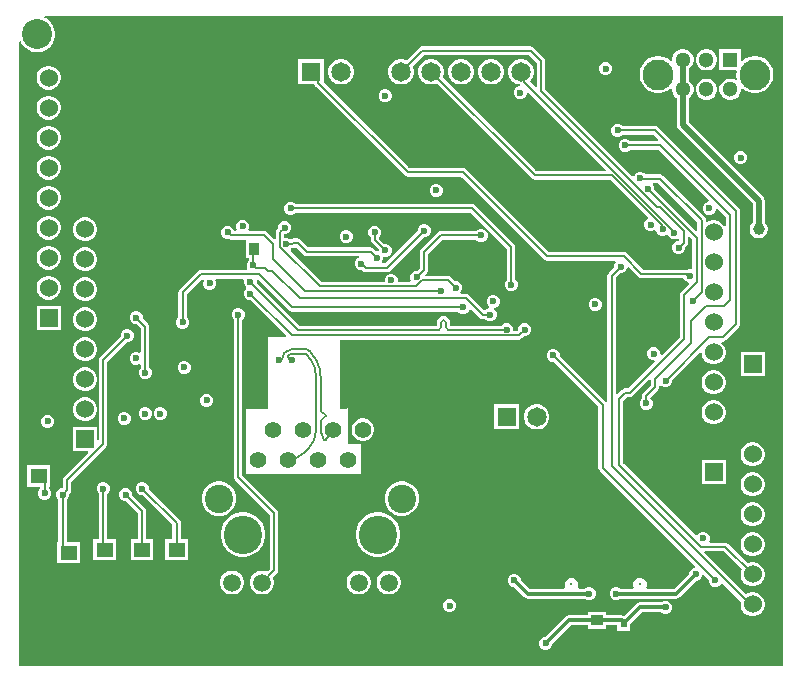
<source format=gbl>
G04*
G04 #@! TF.GenerationSoftware,Altium Limited,Altium Designer,24.4.1 (13)*
G04*
G04 Layer_Physical_Order=4*
G04 Layer_Color=16711680*
%FSLAX44Y44*%
%MOMM*%
G71*
G04*
G04 #@! TF.SameCoordinates,A3252435-666A-4F3B-8FA1-24D8921DAC19*
G04*
G04*
G04 #@! TF.FilePolarity,Positive*
G04*
G01*
G75*
%ADD12C,0.2000*%
%ADD13C,0.5000*%
%ADD24R,0.6000X0.7500*%
%ADD126C,0.1650*%
%ADD130C,0.3000*%
%ADD131C,2.6250*%
%ADD132C,1.3000*%
%ADD133R,1.3000X1.3000*%
%ADD134R,1.5240X1.5240*%
%ADD135C,1.5240*%
%ADD136C,0.3250*%
%ADD137C,2.4000*%
%ADD138C,3.2500*%
%ADD139C,1.5200*%
%ADD140C,1.3900*%
%ADD141C,2.5400*%
%ADD142C,1.6500*%
%ADD143R,1.6500X1.6500*%
%ADD144C,0.6000*%
%ADD145C,1.0000*%
%ADD160C,0.1650*%
%ADD161R,1.4000X1.3000*%
%ADD162R,0.8500X1.0000*%
%ADD163R,1.0000X0.9500*%
G36*
X646430Y148590D02*
X0D01*
Y676910D01*
X1270Y677162D01*
X1734Y676041D01*
X3402Y673545D01*
X5525Y671422D01*
X8021Y669754D01*
X10795Y668606D01*
X13739Y668020D01*
X16741D01*
X19685Y668606D01*
X22459Y669754D01*
X24955Y671422D01*
X27078Y673545D01*
X28746Y676041D01*
X29894Y678815D01*
X30480Y681759D01*
Y684761D01*
X29894Y687705D01*
X28746Y690479D01*
X27078Y692975D01*
X24955Y695098D01*
X22459Y696766D01*
X21337Y697230D01*
X21590Y698500D01*
X646430D01*
Y148590D01*
D02*
G37*
%LPC*%
G36*
X563170Y670710D02*
X560790D01*
X558491Y670094D01*
X556429Y668904D01*
X554746Y667221D01*
X553556Y665159D01*
X552940Y662860D01*
Y661160D01*
X551670Y660634D01*
X550966Y661338D01*
X548400Y663052D01*
X545549Y664233D01*
X542523Y664835D01*
X539437D01*
X536411Y664233D01*
X533560Y663052D01*
X530994Y661338D01*
X528812Y659156D01*
X527098Y656590D01*
X525917Y653739D01*
X525315Y650713D01*
Y647627D01*
X525917Y644601D01*
X527098Y641750D01*
X528812Y639184D01*
X530994Y637002D01*
X533560Y635288D01*
X536411Y634107D01*
X539437Y633505D01*
X542523D01*
X545549Y634107D01*
X548400Y635288D01*
X550966Y637002D01*
X551670Y637706D01*
X552940Y637180D01*
Y635480D01*
X553556Y633181D01*
X554746Y631119D01*
X556429Y629436D01*
X556841Y629198D01*
Y606420D01*
X557232Y604454D01*
X558346Y602786D01*
X620971Y540162D01*
Y523684D01*
X620076Y522790D01*
X619084Y521070D01*
X618570Y519153D01*
Y517167D01*
X619084Y515250D01*
X620076Y513530D01*
X621480Y512127D01*
X623200Y511134D01*
X625117Y510620D01*
X627103D01*
X629020Y511134D01*
X630740Y512127D01*
X632144Y513530D01*
X633136Y515250D01*
X633650Y517167D01*
Y519153D01*
X633136Y521070D01*
X632144Y522790D01*
X631249Y523684D01*
Y542290D01*
X630858Y544257D01*
X629744Y545924D01*
X567119Y608549D01*
Y629198D01*
X567531Y629436D01*
X569214Y631119D01*
X570404Y633181D01*
X571020Y635480D01*
Y637860D01*
X570404Y640159D01*
X569214Y642221D01*
X567531Y643904D01*
X567119Y644142D01*
Y654198D01*
X567531Y654436D01*
X569214Y656119D01*
X570404Y658181D01*
X571020Y660480D01*
Y662860D01*
X570404Y665159D01*
X569214Y667221D01*
X567531Y668904D01*
X565469Y670094D01*
X563170Y670710D01*
D02*
G37*
G36*
X583170D02*
X580790D01*
X578491Y670094D01*
X576429Y668904D01*
X574746Y667221D01*
X573556Y665159D01*
X572940Y662860D01*
Y660480D01*
X573556Y658181D01*
X574746Y656119D01*
X576429Y654436D01*
X578491Y653246D01*
X580790Y652630D01*
X583170D01*
X585469Y653246D01*
X587531Y654436D01*
X589214Y656119D01*
X590404Y658181D01*
X591020Y660480D01*
Y662860D01*
X590404Y665159D01*
X589214Y667221D01*
X587531Y668904D01*
X585469Y670094D01*
X583170Y670710D01*
D02*
G37*
G36*
X497672Y659590D02*
X495468D01*
X493432Y658747D01*
X491873Y657188D01*
X491030Y655152D01*
Y652948D01*
X491873Y650912D01*
X493432Y649353D01*
X495468Y648510D01*
X497672D01*
X499708Y649353D01*
X501267Y650912D01*
X502110Y652948D01*
Y655152D01*
X501267Y657188D01*
X499708Y658747D01*
X497672Y659590D01*
D02*
G37*
G36*
X611020Y670710D02*
X592940D01*
Y652630D01*
X606695D01*
X607501Y651648D01*
X607315Y650713D01*
Y647627D01*
X607794Y645218D01*
X606661Y644406D01*
X605469Y645094D01*
X603170Y645710D01*
X600790D01*
X598491Y645094D01*
X596429Y643904D01*
X594746Y642221D01*
X593556Y640159D01*
X592940Y637860D01*
Y635480D01*
X593556Y633181D01*
X594746Y631119D01*
X596429Y629436D01*
X598491Y628246D01*
X600790Y627630D01*
X603170D01*
X605469Y628246D01*
X607531Y629436D01*
X609214Y631119D01*
X610404Y633181D01*
X611020Y635480D01*
Y637180D01*
X612290Y637706D01*
X612994Y637002D01*
X615560Y635288D01*
X618411Y634107D01*
X621437Y633505D01*
X624523D01*
X627549Y634107D01*
X630400Y635288D01*
X632966Y637002D01*
X635148Y639184D01*
X636862Y641750D01*
X638043Y644601D01*
X638645Y647627D01*
Y650713D01*
X638043Y653739D01*
X636862Y656590D01*
X635148Y659156D01*
X632966Y661338D01*
X630400Y663052D01*
X627549Y664233D01*
X624523Y664835D01*
X621437D01*
X618411Y664233D01*
X615560Y663052D01*
X612994Y661338D01*
X612193Y660537D01*
X611020Y661023D01*
Y670710D01*
D02*
G37*
G36*
X401031Y662300D02*
X398190D01*
X395445Y661565D01*
X392985Y660144D01*
X390976Y658135D01*
X389555Y655675D01*
X388820Y652931D01*
Y650089D01*
X389555Y647345D01*
X390976Y644885D01*
X392985Y642876D01*
X395445Y641455D01*
X398190Y640720D01*
X401031D01*
X403775Y641455D01*
X406235Y642876D01*
X408244Y644885D01*
X409665Y647345D01*
X410400Y650089D01*
Y652931D01*
X409665Y655675D01*
X408244Y658135D01*
X406235Y660144D01*
X403775Y661565D01*
X401031Y662300D01*
D02*
G37*
G36*
X375630D02*
X372789D01*
X370045Y661565D01*
X367585Y660144D01*
X365576Y658135D01*
X364155Y655675D01*
X363420Y652931D01*
Y650089D01*
X364155Y647345D01*
X365576Y644885D01*
X367585Y642876D01*
X370045Y641455D01*
X372789Y640720D01*
X375630D01*
X378375Y641455D01*
X380835Y642876D01*
X382844Y644885D01*
X384265Y647345D01*
X385000Y650089D01*
Y652931D01*
X384265Y655675D01*
X382844Y658135D01*
X380835Y660144D01*
X378375Y661565D01*
X375630Y662300D01*
D02*
G37*
G36*
X274030D02*
X271189D01*
X268445Y661565D01*
X265985Y660144D01*
X263976Y658135D01*
X262555Y655675D01*
X261820Y652931D01*
Y650089D01*
X262555Y647345D01*
X263976Y644885D01*
X265985Y642876D01*
X268445Y641455D01*
X271189Y640720D01*
X274030D01*
X276775Y641455D01*
X279235Y642876D01*
X281244Y644885D01*
X282665Y647345D01*
X283400Y650089D01*
Y652931D01*
X282665Y655675D01*
X281244Y658135D01*
X279235Y660144D01*
X276775Y661565D01*
X274030Y662300D01*
D02*
G37*
G36*
X433070Y672899D02*
X341190D01*
X339809Y672625D01*
X338638Y671842D01*
X328073Y661277D01*
X327575Y661565D01*
X324831Y662300D01*
X321990D01*
X319245Y661565D01*
X316785Y660144D01*
X314776Y658135D01*
X313355Y655675D01*
X312620Y652931D01*
Y650089D01*
X313355Y647345D01*
X314776Y644885D01*
X316785Y642876D01*
X319245Y641455D01*
X321990Y640720D01*
X324831D01*
X327575Y641455D01*
X330035Y642876D01*
X332044Y644885D01*
X333465Y647345D01*
X334200Y650089D01*
Y652931D01*
X333465Y655675D01*
X333177Y656173D01*
X342685Y665681D01*
X431575D01*
X438351Y658905D01*
Y638920D01*
X437177Y638434D01*
X432186Y643426D01*
X433644Y644885D01*
X435065Y647345D01*
X435800Y650089D01*
Y652931D01*
X435065Y655675D01*
X433644Y658135D01*
X431635Y660144D01*
X429175Y661565D01*
X426431Y662300D01*
X423590D01*
X420845Y661565D01*
X418385Y660144D01*
X416376Y658135D01*
X414955Y655675D01*
X414220Y652931D01*
Y650089D01*
X414955Y647345D01*
X416376Y644885D01*
X418385Y642876D01*
X420845Y641455D01*
X423590Y640720D01*
X423688D01*
X423815Y640540D01*
X423160Y639270D01*
X423078D01*
X421042Y638427D01*
X419483Y636868D01*
X418640Y634832D01*
Y632628D01*
X419483Y630592D01*
X421042Y629033D01*
X423078Y628190D01*
X425282D01*
X427318Y629033D01*
X428877Y630592D01*
X429720Y632628D01*
Y633887D01*
X430990Y634413D01*
X496740Y568663D01*
X496254Y567489D01*
X437935D01*
X358577Y646847D01*
X358865Y647345D01*
X359600Y650089D01*
Y652931D01*
X358865Y655675D01*
X357444Y658135D01*
X355435Y660144D01*
X352975Y661565D01*
X350230Y662300D01*
X347389D01*
X344645Y661565D01*
X342185Y660144D01*
X340176Y658135D01*
X338755Y655675D01*
X338020Y652931D01*
Y650089D01*
X338755Y647345D01*
X340176Y644885D01*
X342185Y642876D01*
X344645Y641455D01*
X347389Y640720D01*
X350230D01*
X352975Y641455D01*
X353473Y641743D01*
X433888Y561328D01*
X435059Y560545D01*
X436440Y560271D01*
X500155D01*
X532299Y528127D01*
X532051Y526881D01*
X531532Y526667D01*
X529973Y525108D01*
X529130Y523072D01*
Y520868D01*
X529973Y518832D01*
X531532Y517273D01*
X533568Y516430D01*
X535772D01*
X537808Y517273D01*
X538117Y517582D01*
X539290Y517096D01*
Y517058D01*
X540133Y515022D01*
X541692Y513463D01*
X543728Y512620D01*
X545932D01*
X547968Y513463D01*
X547992Y513488D01*
X549490Y513190D01*
X549933Y512121D01*
X551491Y510563D01*
X553527Y509720D01*
X555732D01*
X557768Y510563D01*
X557827Y510623D01*
X559001Y510137D01*
Y508332D01*
X558826Y508158D01*
X557289D01*
X555253Y507314D01*
X553694Y505756D01*
X552851Y503720D01*
Y501516D01*
X553694Y499480D01*
X555253Y497921D01*
X557289Y497078D01*
X559493D01*
X561529Y497921D01*
X563087Y499480D01*
X563931Y501516D01*
Y503053D01*
X565162Y504285D01*
X565945Y505456D01*
X566219Y506837D01*
Y511669D01*
X567393Y512155D01*
X570131Y509417D01*
Y484918D01*
X569075Y484213D01*
X568792Y484330D01*
X566588D01*
X565547Y483899D01*
X564999Y484008D01*
X528207D01*
X514362Y497852D01*
X513191Y498635D01*
X511810Y498909D01*
X448535D01*
X378472Y568972D01*
X377301Y569755D01*
X375920Y570029D01*
X330425D01*
X258000Y642454D01*
Y662300D01*
X236420D01*
Y640720D01*
X249902D01*
X250659Y639586D01*
X326378Y563868D01*
X327549Y563085D01*
X328930Y562811D01*
X374425D01*
X444488Y492748D01*
X445659Y491965D01*
X447040Y491691D01*
X504920D01*
X505446Y490421D01*
X504573Y489548D01*
X503730Y487512D01*
Y485974D01*
X499098Y481342D01*
X498315Y480171D01*
X498041Y478790D01*
Y372225D01*
X496771Y371840D01*
X496582Y372122D01*
X457660Y411044D01*
Y412582D01*
X456817Y414618D01*
X455258Y416177D01*
X453222Y417020D01*
X451018D01*
X448982Y416177D01*
X447423Y414618D01*
X446580Y412582D01*
Y410378D01*
X447423Y408342D01*
X448982Y406783D01*
X451018Y405940D01*
X452556D01*
X490421Y368075D01*
Y316230D01*
X490695Y314849D01*
X491478Y313678D01*
X572382Y232773D01*
X571896Y231600D01*
X571668D01*
X569632Y230757D01*
X568073Y229198D01*
X567230Y227162D01*
Y226345D01*
X554554Y213669D01*
X531527D01*
X530693Y214939D01*
X531260Y216308D01*
Y218612D01*
X530378Y220740D01*
X528750Y222369D01*
X526622Y223250D01*
X524318D01*
X522190Y222369D01*
X520561Y220740D01*
X519680Y218612D01*
Y216308D01*
X520247Y214939D01*
X519413Y213669D01*
X509176D01*
X508598Y214247D01*
X506562Y215090D01*
X504358D01*
X502322Y214247D01*
X500763Y212688D01*
X499920Y210652D01*
Y208448D01*
X500763Y206412D01*
X502322Y204853D01*
X504358Y204010D01*
X506562D01*
X508598Y204853D01*
X509176Y205431D01*
X556260D01*
X557836Y205744D01*
X559173Y206637D01*
X573055Y220520D01*
X573872D01*
X575908Y221363D01*
X577467Y222922D01*
X578310Y224958D01*
Y225186D01*
X579483Y225672D01*
X583740Y221416D01*
Y219878D01*
X584583Y217842D01*
X586142Y216283D01*
X588178Y215440D01*
X590382D01*
X592418Y216283D01*
X593977Y217842D01*
X594192Y218361D01*
X595437Y218608D01*
X611119Y202927D01*
X610870Y201998D01*
Y199322D01*
X611562Y196738D01*
X612900Y194422D01*
X614792Y192530D01*
X617108Y191192D01*
X619692Y190500D01*
X622368D01*
X624952Y191192D01*
X627268Y192530D01*
X629160Y194422D01*
X630498Y196738D01*
X631190Y199322D01*
Y201998D01*
X630498Y204582D01*
X629160Y206898D01*
X627268Y208790D01*
X624952Y210128D01*
X622368Y210820D01*
X619692D01*
X617108Y210128D01*
X615218Y209036D01*
X579990Y244265D01*
X580476Y245438D01*
X596548D01*
X611724Y230262D01*
X611562Y229982D01*
X610870Y227398D01*
Y224722D01*
X611562Y222138D01*
X612900Y219822D01*
X614792Y217930D01*
X617108Y216592D01*
X619692Y215900D01*
X622368D01*
X624952Y216592D01*
X627268Y217930D01*
X629160Y219822D01*
X630498Y222138D01*
X631190Y224722D01*
Y227398D01*
X630498Y229982D01*
X629160Y232298D01*
X627268Y234190D01*
X624952Y235528D01*
X622368Y236220D01*
X619692D01*
X617108Y235528D01*
X616828Y235366D01*
X600595Y251599D01*
X599424Y252382D01*
X598043Y252657D01*
X584731D01*
X584034Y253927D01*
X584660Y255438D01*
Y257642D01*
X583817Y259678D01*
X582258Y261237D01*
X580222Y262080D01*
X578018D01*
X575982Y261237D01*
X574423Y259678D01*
X574208Y259159D01*
X572963Y258911D01*
X511609Y320265D01*
Y373155D01*
X514575Y376121D01*
X516890D01*
X518271Y376395D01*
X519442Y377178D01*
X533633Y391368D01*
X533996Y391307D01*
X534871Y390810D01*
Y386305D01*
X528308Y379742D01*
X527525Y378571D01*
X527251Y377190D01*
Y375065D01*
X526163Y373978D01*
X525320Y371942D01*
Y369738D01*
X526163Y367702D01*
X527722Y366143D01*
X529758Y365300D01*
X531962D01*
X533998Y366143D01*
X535557Y367702D01*
X536400Y369738D01*
Y371942D01*
X535557Y373978D01*
X534469Y375065D01*
Y375695D01*
X541032Y382258D01*
X541815Y383429D01*
X542089Y384810D01*
Y385540D01*
X543359Y386066D01*
X544232Y385193D01*
X546268Y384350D01*
X548472D01*
X550508Y385193D01*
X552067Y386752D01*
X552910Y388788D01*
Y390326D01*
X576677Y414092D01*
X577850Y413606D01*
Y412682D01*
X578542Y410098D01*
X579880Y407782D01*
X581772Y405890D01*
X584088Y404552D01*
X586672Y403860D01*
X589348D01*
X591932Y404552D01*
X594248Y405890D01*
X596140Y407782D01*
X597478Y410098D01*
X598170Y412682D01*
Y415358D01*
X597478Y417942D01*
X596140Y420258D01*
X594558Y421841D01*
X594995Y423111D01*
X595630D01*
X597011Y423385D01*
X598182Y424168D01*
X609612Y435598D01*
X610395Y436769D01*
X610669Y438150D01*
Y533400D01*
X610395Y534781D01*
X609612Y535952D01*
X541032Y604532D01*
X539861Y605315D01*
X538480Y605589D01*
X510955D01*
X509868Y606677D01*
X507832Y607520D01*
X505628D01*
X503592Y606677D01*
X502033Y605118D01*
X501190Y603082D01*
Y600878D01*
X502033Y598842D01*
X503592Y597283D01*
X505628Y596440D01*
X507832D01*
X509868Y597283D01*
X510955Y598371D01*
X536985D01*
X541196Y594159D01*
X540670Y592889D01*
X517305D01*
X516218Y593977D01*
X514182Y594820D01*
X511978D01*
X509942Y593977D01*
X508383Y592418D01*
X507540Y590382D01*
Y588178D01*
X508383Y586142D01*
X509942Y584583D01*
X511978Y583740D01*
X514182D01*
X516218Y584583D01*
X517305Y585671D01*
X540795D01*
X583812Y542653D01*
X583326Y541480D01*
X583098D01*
X581062Y540637D01*
X579503Y539078D01*
X578660Y537042D01*
Y534838D01*
X579503Y532802D01*
X581062Y531243D01*
X583098Y530400D01*
X585302D01*
X587338Y531243D01*
X588897Y532802D01*
X589740Y534838D01*
Y535066D01*
X590913Y535552D01*
X598154Y528311D01*
Y520910D01*
X596884Y520569D01*
X596140Y521858D01*
X594248Y523750D01*
X591932Y525088D01*
X589348Y525780D01*
X586672D01*
X584088Y525088D01*
X582729Y524303D01*
X581459Y525036D01*
Y525780D01*
X581185Y527161D01*
X580402Y528332D01*
X545239Y563495D01*
X544068Y564278D01*
X542687Y564553D01*
X530402D01*
X528918Y566037D01*
X526882Y566880D01*
X524678D01*
X522642Y566037D01*
X521083Y564478D01*
X520585Y563275D01*
X519087Y562977D01*
X445569Y636495D01*
Y660400D01*
X445295Y661781D01*
X444512Y662952D01*
X435622Y671842D01*
X434451Y672625D01*
X433070Y672899D01*
D02*
G37*
G36*
X26290Y656588D02*
X23615D01*
X21031Y655895D01*
X18714Y654558D01*
X16823Y652666D01*
X15485Y650350D01*
X14793Y647766D01*
Y645090D01*
X15485Y642506D01*
X16823Y640190D01*
X18714Y638298D01*
X21031Y636960D01*
X23615Y636268D01*
X26290D01*
X28874Y636960D01*
X31191Y638298D01*
X33083Y640190D01*
X34420Y642506D01*
X35113Y645090D01*
Y647766D01*
X34420Y650350D01*
X33083Y652666D01*
X31191Y654558D01*
X28874Y655895D01*
X26290Y656588D01*
D02*
G37*
G36*
X583170Y645710D02*
X580790D01*
X578491Y645094D01*
X576429Y643904D01*
X574746Y642221D01*
X573556Y640159D01*
X572940Y637860D01*
Y635480D01*
X573556Y633181D01*
X574746Y631119D01*
X576429Y629436D01*
X578491Y628246D01*
X580790Y627630D01*
X583170D01*
X585469Y628246D01*
X587531Y629436D01*
X589214Y631119D01*
X590404Y633181D01*
X591020Y635480D01*
Y637860D01*
X590404Y640159D01*
X589214Y642221D01*
X587531Y643904D01*
X585469Y645094D01*
X583170Y645710D01*
D02*
G37*
G36*
X310982Y636650D02*
X308778D01*
X306742Y635807D01*
X305183Y634248D01*
X304340Y632212D01*
Y630008D01*
X305183Y627972D01*
X306742Y626413D01*
X308778Y625570D01*
X310982D01*
X313018Y626413D01*
X314577Y627972D01*
X315420Y630008D01*
Y632212D01*
X314577Y634248D01*
X313018Y635807D01*
X310982Y636650D01*
D02*
G37*
G36*
X26290Y631188D02*
X23615D01*
X21031Y630495D01*
X18714Y629158D01*
X16823Y627266D01*
X15485Y624949D01*
X14793Y622365D01*
Y619690D01*
X15485Y617106D01*
X16823Y614790D01*
X18714Y612898D01*
X21031Y611560D01*
X23615Y610868D01*
X26290D01*
X28874Y611560D01*
X31191Y612898D01*
X33083Y614790D01*
X34420Y617106D01*
X35113Y619690D01*
Y622365D01*
X34420Y624949D01*
X33083Y627266D01*
X31191Y629158D01*
X28874Y630495D01*
X26290Y631188D01*
D02*
G37*
G36*
Y605788D02*
X23615D01*
X21031Y605095D01*
X18714Y603758D01*
X16823Y601866D01*
X15485Y599549D01*
X14793Y596965D01*
Y594290D01*
X15485Y591706D01*
X16823Y589389D01*
X18714Y587498D01*
X21031Y586160D01*
X23615Y585468D01*
X26290D01*
X28874Y586160D01*
X31191Y587498D01*
X33083Y589389D01*
X34420Y591706D01*
X35113Y594290D01*
Y596965D01*
X34420Y599549D01*
X33083Y601866D01*
X31191Y603758D01*
X28874Y605095D01*
X26290Y605788D01*
D02*
G37*
G36*
X611972Y584420D02*
X609768D01*
X607732Y583577D01*
X606173Y582018D01*
X605330Y579982D01*
Y577778D01*
X606173Y575742D01*
X607732Y574183D01*
X609768Y573340D01*
X611972D01*
X614008Y574183D01*
X615567Y575742D01*
X616410Y577778D01*
Y579982D01*
X615567Y582018D01*
X614008Y583577D01*
X611972Y584420D01*
D02*
G37*
G36*
X26290Y580388D02*
X23615D01*
X21031Y579696D01*
X18714Y578358D01*
X16823Y576466D01*
X15485Y574150D01*
X14793Y571566D01*
Y568890D01*
X15485Y566306D01*
X16823Y563989D01*
X18714Y562098D01*
X21031Y560760D01*
X23615Y560068D01*
X26290D01*
X28874Y560760D01*
X31191Y562098D01*
X33083Y563989D01*
X34420Y566306D01*
X35113Y568890D01*
Y571566D01*
X34420Y574150D01*
X33083Y576466D01*
X31191Y578358D01*
X28874Y579696D01*
X26290Y580388D01*
D02*
G37*
G36*
X354162Y556720D02*
X351958D01*
X349922Y555877D01*
X348363Y554318D01*
X347520Y552282D01*
Y550078D01*
X348363Y548042D01*
X349922Y546483D01*
X351958Y545640D01*
X354162D01*
X356198Y546483D01*
X357757Y548042D01*
X358600Y550078D01*
Y552282D01*
X357757Y554318D01*
X356198Y555877D01*
X354162Y556720D01*
D02*
G37*
G36*
X26290Y554988D02*
X23615D01*
X21031Y554296D01*
X18714Y552958D01*
X16823Y551066D01*
X15485Y548750D01*
X14793Y546166D01*
Y543490D01*
X15485Y540906D01*
X16823Y538590D01*
X18714Y536698D01*
X21031Y535360D01*
X23615Y534668D01*
X26290D01*
X28874Y535360D01*
X31191Y536698D01*
X33083Y538590D01*
X34420Y540906D01*
X35113Y543490D01*
Y546166D01*
X34420Y548750D01*
X33083Y551066D01*
X31191Y552958D01*
X28874Y554296D01*
X26290Y554988D01*
D02*
G37*
G36*
X190332Y526240D02*
X188128D01*
X186092Y525397D01*
X184533Y523838D01*
X183690Y521802D01*
Y519598D01*
X184369Y517959D01*
X183747Y516689D01*
X182070D01*
Y516722D01*
X181227Y518758D01*
X179668Y520317D01*
X177632Y521160D01*
X175428D01*
X173392Y520317D01*
X171833Y518758D01*
X170990Y516722D01*
Y514518D01*
X171833Y512482D01*
X173392Y510923D01*
X175428Y510080D01*
X177527D01*
X178027Y509745D01*
X179409Y509471D01*
X191310D01*
X192480Y509230D01*
Y494150D01*
X194511D01*
Y491905D01*
X193423Y490818D01*
X192580Y488782D01*
Y486578D01*
X193259Y484939D01*
X192637Y483669D01*
X153670D01*
X152289Y483395D01*
X151118Y482612D01*
X135878Y467372D01*
X135095Y466201D01*
X134821Y464820D01*
Y443645D01*
X133733Y442558D01*
X132890Y440522D01*
Y438318D01*
X133733Y436282D01*
X135292Y434723D01*
X137328Y433880D01*
X139532D01*
X141568Y434723D01*
X143127Y436282D01*
X143970Y438318D01*
Y440522D01*
X143127Y442558D01*
X142039Y443645D01*
Y463325D01*
X154663Y475948D01*
X155436Y475848D01*
X156166Y474545D01*
X155750Y473542D01*
Y471338D01*
X156593Y469302D01*
X158152Y467743D01*
X160188Y466900D01*
X162392D01*
X164428Y467743D01*
X165987Y469302D01*
X166830Y471338D01*
Y473542D01*
X166151Y475181D01*
X166773Y476451D01*
X189576D01*
X190281Y475395D01*
X190040Y474812D01*
Y472608D01*
X190883Y470572D01*
X192012Y469443D01*
X192304Y468630D01*
X192012Y467817D01*
X190883Y466688D01*
X190040Y464652D01*
Y462448D01*
X190883Y460412D01*
X192442Y458853D01*
X194478Y458010D01*
X196268D01*
X226385Y427893D01*
X225899Y426720D01*
X210820D01*
Y365760D01*
X193040D01*
X191770Y367030D01*
Y311150D01*
X289560D01*
Y336550D01*
X278130D01*
Y367030D01*
X276860Y365760D01*
X271780D01*
Y424814D01*
X423165D01*
X424478Y425075D01*
X425591Y425819D01*
X427302Y427530D01*
X429092D01*
X431128Y428373D01*
X432687Y429932D01*
X433530Y431968D01*
Y434172D01*
X432687Y436208D01*
X431128Y437767D01*
X429092Y438610D01*
X426888D01*
X424852Y437767D01*
X423293Y436208D01*
X422450Y434172D01*
Y432382D01*
X421744Y431676D01*
X418485D01*
X418290Y431968D01*
Y434172D01*
X417447Y436208D01*
X415888Y437767D01*
X413852Y438610D01*
X411648D01*
X409612Y437767D01*
X408346Y436501D01*
X364820D01*
Y439307D01*
X364861D01*
X364437Y441437D01*
X363230Y443243D01*
X361424Y444450D01*
X359294Y444874D01*
X359294D01*
X359294D01*
Y444874D01*
X357164Y444450D01*
X355358Y443243D01*
X354151Y441437D01*
X353727Y439307D01*
X353768D01*
Y436501D01*
X237641D01*
X201120Y473022D01*
Y474812D01*
X202095Y475778D01*
X202322Y475834D01*
X228588Y449568D01*
X229759Y448785D01*
X231140Y448511D01*
X371695D01*
X372782Y447423D01*
X374818Y446580D01*
X377022D01*
X379058Y447423D01*
X380617Y448982D01*
X381115Y450185D01*
X382613Y450483D01*
X389878Y443218D01*
X391049Y442435D01*
X392430Y442161D01*
X394555D01*
X395642Y441073D01*
X397678Y440230D01*
X399882D01*
X401918Y441073D01*
X403477Y442632D01*
X404320Y444668D01*
Y446872D01*
X403477Y448908D01*
X401995Y450390D01*
X402026Y450762D01*
X402356Y451660D01*
X402422D01*
X404458Y452503D01*
X406017Y454062D01*
X406860Y456098D01*
Y458302D01*
X406017Y460338D01*
X404458Y461897D01*
X402422Y462740D01*
X400218D01*
X398182Y461897D01*
X396623Y460338D01*
X395780Y458302D01*
Y456098D01*
X396623Y454062D01*
X398105Y452580D01*
X398074Y452208D01*
X397744Y451310D01*
X397678D01*
X395642Y450467D01*
X394555Y449379D01*
X393925D01*
X381012Y462292D01*
X379841Y463075D01*
X378460Y463349D01*
X373920D01*
X373394Y464619D01*
X374267Y465492D01*
X375110Y467528D01*
Y469732D01*
X374267Y471768D01*
X372708Y473327D01*
X370672Y474170D01*
X369134D01*
X365852Y477452D01*
X364681Y478235D01*
X363300Y478509D01*
X344303D01*
X343817Y479683D01*
X345452Y481318D01*
X346235Y482489D01*
X346509Y483870D01*
Y497615D01*
X358365Y509471D01*
X386935D01*
X388022Y508383D01*
X390058Y507540D01*
X392262D01*
X394298Y508383D01*
X395857Y509942D01*
X396700Y511978D01*
Y514182D01*
X395857Y516218D01*
X394298Y517777D01*
X392262Y518620D01*
X390058D01*
X388022Y517777D01*
X386935Y516689D01*
X356870D01*
X355489Y516415D01*
X354318Y515632D01*
X340348Y501662D01*
X339565Y500491D01*
X339291Y499110D01*
Y485365D01*
X336986Y483060D01*
X335448D01*
X333412Y482217D01*
X331853Y480658D01*
X331010Y478622D01*
Y476418D01*
X331656Y474859D01*
X330987Y473589D01*
X320693D01*
X320500Y473878D01*
Y476082D01*
X319657Y478118D01*
X318098Y479677D01*
X316062Y480520D01*
X313858D01*
X311822Y479677D01*
X310263Y478118D01*
X309420Y476082D01*
Y473878D01*
X309227Y473589D01*
X255964D01*
X229807Y499746D01*
X229836Y501401D01*
X230507Y502073D01*
X231060D01*
X232441Y502347D01*
X233599Y503121D01*
X234309D01*
X240872Y496558D01*
X242043Y495775D01*
X243424Y495501D01*
X287579D01*
X287832Y494231D01*
X286422Y493647D01*
X284863Y492088D01*
X284020Y490052D01*
Y487848D01*
X284863Y485812D01*
X286422Y484253D01*
X288458Y483410D01*
X290450D01*
X290771Y483090D01*
X291942Y482307D01*
X293323Y482033D01*
X311652D01*
X313033Y482307D01*
X314204Y483090D01*
X342464Y511350D01*
X344002D01*
X346038Y512193D01*
X347597Y513752D01*
X348440Y515788D01*
Y517992D01*
X347597Y520028D01*
X346038Y521587D01*
X344002Y522430D01*
X341798D01*
X339762Y521587D01*
X338203Y520028D01*
X337360Y517992D01*
Y516454D01*
X310157Y489251D01*
X307663D01*
X307137Y490521D01*
X307428Y490812D01*
X308271Y492848D01*
Y494501D01*
X308778Y494840D01*
X310982D01*
X313018Y495683D01*
X314577Y497242D01*
X315420Y499278D01*
Y501482D01*
X314577Y503518D01*
X313018Y505077D01*
X310982Y505920D01*
X309192D01*
X304948Y510164D01*
X304948Y511743D01*
X305687Y512482D01*
X306530Y514518D01*
Y516722D01*
X305687Y518758D01*
X304128Y520317D01*
X302092Y521160D01*
X299888D01*
X297852Y520317D01*
X296293Y518758D01*
X295450Y516722D01*
Y514518D01*
X296293Y512482D01*
X297559Y511216D01*
Y509270D01*
X297820Y507957D01*
X298564Y506844D01*
X304340Y501068D01*
Y499828D01*
X303833Y499490D01*
X302296D01*
X300124Y501662D01*
X298953Y502445D01*
X297571Y502719D01*
X244919D01*
X238356Y509282D01*
X237185Y510065D01*
X235804Y510339D01*
X232108D01*
X230727Y510065D01*
X229866Y509489D01*
X229198Y510157D01*
X227162Y511000D01*
X224958D01*
X224669Y511193D01*
Y513890D01*
X225892D01*
X227928Y514733D01*
X229487Y516292D01*
X230330Y518328D01*
Y520532D01*
X229487Y522568D01*
X227928Y524127D01*
X225892Y524970D01*
X223688D01*
X221652Y524127D01*
X220093Y522568D01*
X219250Y520532D01*
Y518994D01*
X218508Y518252D01*
X217725Y517081D01*
X217451Y515700D01*
Y509540D01*
X216181Y509014D01*
X209562Y515632D01*
X208391Y516415D01*
X207010Y516689D01*
X194713D01*
X194091Y517959D01*
X194770Y519598D01*
Y521802D01*
X193927Y523838D01*
X192368Y525397D01*
X190332Y526240D01*
D02*
G37*
G36*
X26290Y529588D02*
X23615D01*
X21031Y528895D01*
X18714Y527558D01*
X16823Y525666D01*
X15485Y523349D01*
X14793Y520765D01*
Y518090D01*
X15485Y515506D01*
X16823Y513190D01*
X18714Y511298D01*
X21031Y509960D01*
X23615Y509268D01*
X26290D01*
X28874Y509960D01*
X31191Y511298D01*
X33083Y513190D01*
X34420Y515506D01*
X35113Y518090D01*
Y520765D01*
X34420Y523349D01*
X33083Y525666D01*
X31191Y527558D01*
X28874Y528895D01*
X26290Y529588D01*
D02*
G37*
G36*
X57218Y528320D02*
X54542D01*
X51958Y527628D01*
X49642Y526290D01*
X47750Y524398D01*
X46412Y522082D01*
X45720Y519498D01*
Y516822D01*
X46412Y514238D01*
X47750Y511922D01*
X49642Y510030D01*
X51958Y508692D01*
X54542Y508000D01*
X57218D01*
X59802Y508692D01*
X62118Y510030D01*
X64010Y511922D01*
X65348Y514238D01*
X66040Y516822D01*
Y519498D01*
X65348Y522082D01*
X64010Y524398D01*
X62118Y526290D01*
X59802Y527628D01*
X57218Y528320D01*
D02*
G37*
G36*
X277962Y517350D02*
X275758D01*
X273722Y516507D01*
X272163Y514948D01*
X271320Y512912D01*
Y510708D01*
X272163Y508672D01*
X273722Y507113D01*
X275758Y506270D01*
X277962D01*
X279998Y507113D01*
X281557Y508672D01*
X282400Y510708D01*
Y512912D01*
X281557Y514948D01*
X279998Y516507D01*
X277962Y517350D01*
D02*
G37*
G36*
X26290Y504188D02*
X23615D01*
X21031Y503495D01*
X18714Y502158D01*
X16823Y500266D01*
X15485Y497949D01*
X14793Y495365D01*
Y492690D01*
X15485Y490106D01*
X16823Y487789D01*
X18714Y485898D01*
X21031Y484560D01*
X23615Y483868D01*
X26290D01*
X28874Y484560D01*
X31191Y485898D01*
X33083Y487789D01*
X34420Y490106D01*
X35113Y492690D01*
Y495365D01*
X34420Y497949D01*
X33083Y500266D01*
X31191Y502158D01*
X28874Y503495D01*
X26290Y504188D01*
D02*
G37*
G36*
X57218Y502920D02*
X54542D01*
X51958Y502228D01*
X49642Y500890D01*
X47750Y498998D01*
X46412Y496682D01*
X45720Y494098D01*
Y491422D01*
X46412Y488838D01*
X47750Y486522D01*
X49642Y484630D01*
X51958Y483292D01*
X54542Y482600D01*
X57218D01*
X59802Y483292D01*
X62118Y484630D01*
X64010Y486522D01*
X65348Y488838D01*
X66040Y491422D01*
Y494098D01*
X65348Y496682D01*
X64010Y498998D01*
X62118Y500890D01*
X59802Y502228D01*
X57218Y502920D01*
D02*
G37*
G36*
X230972Y541480D02*
X228768D01*
X226732Y540637D01*
X225173Y539078D01*
X224330Y537042D01*
Y534838D01*
X225173Y532802D01*
X226732Y531243D01*
X228768Y530400D01*
X230972D01*
X233008Y531243D01*
X234095Y532331D01*
X382045D01*
X412951Y501425D01*
Y475395D01*
X411863Y474308D01*
X411020Y472272D01*
Y470068D01*
X411863Y468032D01*
X413422Y466473D01*
X415458Y465630D01*
X417662D01*
X419698Y466473D01*
X421257Y468032D01*
X422100Y470068D01*
Y472272D01*
X421257Y474308D01*
X420169Y475395D01*
Y502920D01*
X419895Y504301D01*
X419112Y505472D01*
X386092Y538492D01*
X384921Y539275D01*
X383540Y539549D01*
X234095D01*
X233008Y540637D01*
X230972Y541480D01*
D02*
G37*
G36*
X26290Y478788D02*
X23615D01*
X21031Y478096D01*
X18714Y476758D01*
X16823Y474866D01*
X15485Y472550D01*
X14793Y469966D01*
Y467290D01*
X15485Y464706D01*
X16823Y462389D01*
X18714Y460498D01*
X21031Y459160D01*
X23615Y458468D01*
X26290D01*
X28874Y459160D01*
X31191Y460498D01*
X33083Y462389D01*
X34420Y464706D01*
X35113Y467290D01*
Y469966D01*
X34420Y472550D01*
X33083Y474866D01*
X31191Y476758D01*
X28874Y478096D01*
X26290Y478788D01*
D02*
G37*
G36*
X57218Y477520D02*
X54542D01*
X51958Y476828D01*
X49642Y475490D01*
X47750Y473598D01*
X46412Y471282D01*
X45720Y468698D01*
Y466022D01*
X46412Y463438D01*
X47750Y461122D01*
X49642Y459230D01*
X51958Y457892D01*
X54542Y457200D01*
X57218D01*
X59802Y457892D01*
X62118Y459230D01*
X64010Y461122D01*
X65348Y463438D01*
X66040Y466022D01*
Y468698D01*
X65348Y471282D01*
X64010Y473598D01*
X62118Y475490D01*
X59802Y476828D01*
X57218Y477520D01*
D02*
G37*
G36*
X488782Y460200D02*
X486578D01*
X484542Y459357D01*
X482983Y457798D01*
X482140Y455762D01*
Y453558D01*
X482983Y451522D01*
X484542Y449963D01*
X486578Y449120D01*
X488782D01*
X490818Y449963D01*
X492377Y451522D01*
X493220Y453558D01*
Y455762D01*
X492377Y457798D01*
X490818Y459357D01*
X488782Y460200D01*
D02*
G37*
G36*
X35113Y453388D02*
X14793D01*
Y433068D01*
X35113D01*
Y453388D01*
D02*
G37*
G36*
X57218Y452120D02*
X54542D01*
X51958Y451428D01*
X49642Y450090D01*
X47750Y448198D01*
X46412Y445882D01*
X45720Y443298D01*
Y440622D01*
X46412Y438038D01*
X47750Y435722D01*
X49642Y433830D01*
X51958Y432492D01*
X54542Y431800D01*
X57218D01*
X59802Y432492D01*
X62118Y433830D01*
X64010Y435722D01*
X65348Y438038D01*
X66040Y440622D01*
Y443298D01*
X65348Y445882D01*
X64010Y448198D01*
X62118Y450090D01*
X59802Y451428D01*
X57218Y452120D01*
D02*
G37*
G36*
X100162Y448770D02*
X97958D01*
X95922Y447927D01*
X94363Y446368D01*
X93520Y444332D01*
Y442128D01*
X94363Y440092D01*
X95922Y438533D01*
X97958Y437690D01*
X99496D01*
X103071Y434115D01*
Y414423D01*
X101801Y413801D01*
X100162Y414480D01*
X97958D01*
X95922Y413637D01*
X94363Y412078D01*
X93520Y410042D01*
Y407838D01*
X94363Y405802D01*
X95922Y404243D01*
X97958Y403400D01*
X100162D01*
X101801Y404079D01*
X103071Y403457D01*
Y400905D01*
X101983Y399818D01*
X101140Y397782D01*
Y395578D01*
X101983Y393542D01*
X103542Y391983D01*
X105578Y391140D01*
X107782D01*
X109818Y391983D01*
X111377Y393542D01*
X112220Y395578D01*
Y397782D01*
X111377Y399818D01*
X110289Y400905D01*
Y435610D01*
X110015Y436991D01*
X109232Y438162D01*
X104600Y442794D01*
Y444332D01*
X103757Y446368D01*
X102198Y447927D01*
X100162Y448770D01*
D02*
G37*
G36*
X57218Y426720D02*
X54542D01*
X51958Y426028D01*
X49642Y424690D01*
X47750Y422798D01*
X46412Y420482D01*
X45720Y417898D01*
Y415222D01*
X46412Y412638D01*
X47750Y410322D01*
X49642Y408430D01*
X51958Y407092D01*
X54542Y406400D01*
X57218D01*
X59802Y407092D01*
X62118Y408430D01*
X64010Y410322D01*
X65348Y412638D01*
X66040Y415222D01*
Y417898D01*
X65348Y420482D01*
X64010Y422798D01*
X62118Y424690D01*
X59802Y426028D01*
X57218Y426720D01*
D02*
G37*
G36*
X140802Y406860D02*
X138598D01*
X136562Y406017D01*
X135003Y404458D01*
X134160Y402422D01*
Y400218D01*
X135003Y398182D01*
X136562Y396623D01*
X138598Y395780D01*
X140802D01*
X142838Y396623D01*
X144397Y398182D01*
X145240Y400218D01*
Y402422D01*
X144397Y404458D01*
X142838Y406017D01*
X140802Y406860D01*
D02*
G37*
G36*
X631190Y414020D02*
X610870D01*
Y393700D01*
X631190D01*
Y414020D01*
D02*
G37*
G36*
X57218Y401320D02*
X54542D01*
X51958Y400628D01*
X49642Y399290D01*
X47750Y397398D01*
X46412Y395082D01*
X45720Y392498D01*
Y389822D01*
X46412Y387238D01*
X47750Y384922D01*
X49642Y383030D01*
X51958Y381692D01*
X54542Y381000D01*
X57218D01*
X59802Y381692D01*
X62118Y383030D01*
X64010Y384922D01*
X65348Y387238D01*
X66040Y389822D01*
Y392498D01*
X65348Y395082D01*
X64010Y397398D01*
X62118Y399290D01*
X59802Y400628D01*
X57218Y401320D01*
D02*
G37*
G36*
X589348Y398780D02*
X586672D01*
X584088Y398088D01*
X581772Y396750D01*
X579880Y394858D01*
X578542Y392542D01*
X577850Y389958D01*
Y387282D01*
X578542Y384698D01*
X579880Y382382D01*
X581772Y380490D01*
X584088Y379152D01*
X586672Y378460D01*
X589348D01*
X591932Y379152D01*
X594248Y380490D01*
X596140Y382382D01*
X597478Y384698D01*
X598170Y387282D01*
Y389958D01*
X597478Y392542D01*
X596140Y394858D01*
X594248Y396750D01*
X591932Y398088D01*
X589348Y398780D01*
D02*
G37*
G36*
X159852Y378920D02*
X157648D01*
X155612Y378077D01*
X154053Y376518D01*
X153210Y374482D01*
Y372278D01*
X154053Y370242D01*
X155612Y368683D01*
X157648Y367840D01*
X159852D01*
X161888Y368683D01*
X163447Y370242D01*
X164290Y372278D01*
Y374482D01*
X163447Y376518D01*
X161888Y378077D01*
X159852Y378920D01*
D02*
G37*
G36*
X120482Y367490D02*
X118278D01*
X116242Y366647D01*
X114683Y365088D01*
X113840Y363052D01*
Y360848D01*
X114683Y358812D01*
X116242Y357253D01*
X118278Y356410D01*
X120482D01*
X122518Y357253D01*
X124077Y358812D01*
X124920Y360848D01*
Y363052D01*
X124077Y365088D01*
X122518Y366647D01*
X120482Y367490D01*
D02*
G37*
G36*
X107782D02*
X105578D01*
X103542Y366647D01*
X101983Y365088D01*
X101140Y363052D01*
Y360848D01*
X101983Y358812D01*
X103542Y357253D01*
X105578Y356410D01*
X107782D01*
X109818Y357253D01*
X111377Y358812D01*
X112220Y360848D01*
Y363052D01*
X111377Y365088D01*
X109818Y366647D01*
X107782Y367490D01*
D02*
G37*
G36*
X57218Y375920D02*
X54542D01*
X51958Y375228D01*
X49642Y373890D01*
X47750Y371998D01*
X46412Y369682D01*
X45720Y367098D01*
Y364422D01*
X46412Y361838D01*
X47750Y359522D01*
X49642Y357630D01*
X51958Y356292D01*
X54542Y355600D01*
X57218D01*
X59802Y356292D01*
X62118Y357630D01*
X64010Y359522D01*
X65348Y361838D01*
X66040Y364422D01*
Y367098D01*
X65348Y369682D01*
X64010Y371998D01*
X62118Y373890D01*
X59802Y375228D01*
X57218Y375920D01*
D02*
G37*
G36*
X589348Y373380D02*
X586672D01*
X584088Y372688D01*
X581772Y371350D01*
X579880Y369458D01*
X578542Y367142D01*
X577850Y364558D01*
Y361882D01*
X578542Y359298D01*
X579880Y356982D01*
X581772Y355090D01*
X584088Y353752D01*
X586672Y353060D01*
X589348D01*
X591932Y353752D01*
X594248Y355090D01*
X596140Y356982D01*
X597478Y359298D01*
X598170Y361882D01*
Y364558D01*
X597478Y367142D01*
X596140Y369458D01*
X594248Y371350D01*
X591932Y372688D01*
X589348Y373380D01*
D02*
G37*
G36*
X90002Y363680D02*
X87798D01*
X85762Y362837D01*
X84203Y361278D01*
X83360Y359242D01*
Y357038D01*
X84203Y355002D01*
X85762Y353443D01*
X87798Y352600D01*
X90002D01*
X92038Y353443D01*
X93597Y355002D01*
X94440Y357038D01*
Y359242D01*
X93597Y361278D01*
X92038Y362837D01*
X90002Y363680D01*
D02*
G37*
G36*
X25232Y361140D02*
X23028D01*
X20992Y360297D01*
X19433Y358738D01*
X18590Y356702D01*
Y354498D01*
X19433Y352462D01*
X20992Y350903D01*
X23028Y350060D01*
X25232D01*
X27268Y350903D01*
X28827Y352462D01*
X29670Y354498D01*
Y356702D01*
X28827Y358738D01*
X27268Y360297D01*
X25232Y361140D01*
D02*
G37*
G36*
X439571Y370200D02*
X436730D01*
X433985Y369465D01*
X431525Y368044D01*
X429516Y366035D01*
X428095Y363575D01*
X427360Y360830D01*
Y357990D01*
X428095Y355245D01*
X429516Y352785D01*
X431525Y350776D01*
X433985Y349355D01*
X436730Y348620D01*
X439571D01*
X442315Y349355D01*
X444775Y350776D01*
X446784Y352785D01*
X448205Y355245D01*
X448940Y357990D01*
Y360830D01*
X448205Y363575D01*
X446784Y366035D01*
X444775Y368044D01*
X442315Y369465D01*
X439571Y370200D01*
D02*
G37*
G36*
X423540D02*
X401960D01*
Y348620D01*
X423540D01*
Y370200D01*
D02*
G37*
G36*
X292295Y358055D02*
X289796D01*
X287383Y357408D01*
X285219Y356159D01*
X283452Y354392D01*
X282202Y352228D01*
X281556Y349814D01*
Y347315D01*
X282202Y344902D01*
X283452Y342738D01*
X285219Y340971D01*
X287383Y339721D01*
X289796Y339075D01*
X292295D01*
X294709Y339721D01*
X296873Y340971D01*
X298640Y342738D01*
X299889Y344902D01*
X300536Y347315D01*
Y349814D01*
X299889Y352228D01*
X298640Y354392D01*
X296873Y356159D01*
X294709Y357408D01*
X292295Y358055D01*
D02*
G37*
G36*
X92542Y433530D02*
X90338D01*
X88302Y432687D01*
X86743Y431128D01*
X85900Y429092D01*
Y427554D01*
X68568Y410222D01*
X67785Y409051D01*
X67511Y407670D01*
Y338999D01*
X67310Y338865D01*
X66040Y339544D01*
Y350520D01*
X45720D01*
Y330200D01*
X58006D01*
X58492Y329027D01*
X37910Y308444D01*
X37127Y307273D01*
X36853Y305892D01*
Y298910D01*
X35728D01*
X33692Y298067D01*
X32133Y296508D01*
X31290Y294472D01*
Y292268D01*
X32133Y290232D01*
X33221Y289145D01*
Y253410D01*
X32370D01*
Y235330D01*
X51450D01*
Y253410D01*
X40439D01*
Y289145D01*
X41527Y290232D01*
X42370Y292268D01*
Y293806D01*
X43014Y294450D01*
X43797Y295621D01*
X44071Y297002D01*
Y304397D01*
X73672Y333998D01*
X74455Y335169D01*
X74729Y336550D01*
Y406175D01*
X91004Y422450D01*
X92542D01*
X94578Y423293D01*
X96137Y424852D01*
X96980Y426888D01*
Y429092D01*
X96137Y431128D01*
X94578Y432687D01*
X92542Y433530D01*
D02*
G37*
G36*
X622368Y337820D02*
X619692D01*
X617108Y337128D01*
X614792Y335790D01*
X612900Y333898D01*
X611562Y331582D01*
X610870Y328998D01*
Y326322D01*
X611562Y323738D01*
X612900Y321422D01*
X614792Y319530D01*
X617108Y318192D01*
X619692Y317500D01*
X622368D01*
X624952Y318192D01*
X627268Y319530D01*
X629160Y321422D01*
X630498Y323738D01*
X631190Y326322D01*
Y328998D01*
X630498Y331582D01*
X629160Y333898D01*
X627268Y335790D01*
X624952Y337128D01*
X622368Y337820D01*
D02*
G37*
G36*
X598170Y322580D02*
X577850D01*
Y302260D01*
X598170D01*
Y322580D01*
D02*
G37*
G36*
X622368Y312420D02*
X619692D01*
X617108Y311728D01*
X614792Y310390D01*
X612900Y308498D01*
X611562Y306182D01*
X610870Y303598D01*
Y300922D01*
X611562Y298338D01*
X612900Y296022D01*
X614792Y294130D01*
X617108Y292792D01*
X619692Y292100D01*
X622368D01*
X624952Y292792D01*
X627268Y294130D01*
X629160Y296022D01*
X630498Y298338D01*
X631190Y300922D01*
Y303598D01*
X630498Y306182D01*
X629160Y308498D01*
X627268Y310390D01*
X624952Y311728D01*
X622368Y312420D01*
D02*
G37*
G36*
X26050Y318390D02*
X6970D01*
Y300310D01*
X17981D01*
Y298865D01*
X16893Y297778D01*
X16050Y295742D01*
Y293538D01*
X16893Y291502D01*
X18452Y289943D01*
X20488Y289100D01*
X22692D01*
X24728Y289943D01*
X26287Y291502D01*
X27130Y293538D01*
Y295742D01*
X26287Y297778D01*
X25199Y298865D01*
Y300310D01*
X26050D01*
Y318390D01*
D02*
G37*
G36*
X325960Y304705D02*
X322132D01*
X318434Y303714D01*
X315118Y301800D01*
X312411Y299093D01*
X310497Y295777D01*
X309506Y292079D01*
Y288251D01*
X310497Y284552D01*
X312411Y281237D01*
X315118Y278530D01*
X318434Y276616D01*
X322132Y275625D01*
X325960D01*
X329658Y276616D01*
X332974Y278530D01*
X335681Y281237D01*
X337595Y284552D01*
X338586Y288251D01*
Y292079D01*
X337595Y295777D01*
X335681Y299093D01*
X332974Y301800D01*
X329658Y303714D01*
X325960Y304705D01*
D02*
G37*
G36*
X171060D02*
X167232D01*
X163534Y303714D01*
X160218Y301800D01*
X157511Y299093D01*
X155597Y295777D01*
X154606Y292079D01*
Y288251D01*
X155597Y284552D01*
X157511Y281237D01*
X160218Y278530D01*
X163534Y276616D01*
X167232Y275625D01*
X171060D01*
X174758Y276616D01*
X178074Y278530D01*
X180781Y281237D01*
X182695Y284552D01*
X183686Y288251D01*
Y292079D01*
X182695Y295777D01*
X180781Y299093D01*
X178074Y301800D01*
X174758Y303714D01*
X171060Y304705D01*
D02*
G37*
G36*
X622368Y287020D02*
X619692D01*
X617108Y286328D01*
X614792Y284990D01*
X612900Y283098D01*
X611562Y280782D01*
X610870Y278198D01*
Y275522D01*
X611562Y272938D01*
X612900Y270622D01*
X614792Y268730D01*
X617108Y267392D01*
X619692Y266700D01*
X622368D01*
X624952Y267392D01*
X627268Y268730D01*
X629160Y270622D01*
X630498Y272938D01*
X631190Y275522D01*
Y278198D01*
X630498Y280782D01*
X629160Y283098D01*
X627268Y284990D01*
X624952Y286328D01*
X622368Y287020D01*
D02*
G37*
G36*
Y261620D02*
X619692D01*
X617108Y260928D01*
X614792Y259590D01*
X612900Y257698D01*
X611562Y255382D01*
X610870Y252798D01*
Y250122D01*
X611562Y247538D01*
X612900Y245222D01*
X614792Y243330D01*
X617108Y241992D01*
X619692Y241300D01*
X622368D01*
X624952Y241992D01*
X627268Y243330D01*
X629160Y245222D01*
X630498Y247538D01*
X631190Y250122D01*
Y252798D01*
X630498Y255382D01*
X629160Y257698D01*
X627268Y259590D01*
X624952Y260928D01*
X622368Y261620D01*
D02*
G37*
G36*
X305596Y278455D02*
X301895D01*
X298265Y277733D01*
X294845Y276316D01*
X291768Y274260D01*
X289151Y271643D01*
X287094Y268565D01*
X285678Y265146D01*
X284956Y261515D01*
Y257814D01*
X285678Y254184D01*
X287094Y250764D01*
X289151Y247687D01*
X291768Y245070D01*
X294845Y243013D01*
X298265Y241597D01*
X301895Y240875D01*
X305596D01*
X309227Y241597D01*
X312646Y243013D01*
X315724Y245070D01*
X318341Y247687D01*
X320397Y250764D01*
X321814Y254184D01*
X322536Y257814D01*
Y261515D01*
X321814Y265146D01*
X320397Y268565D01*
X318341Y271643D01*
X315724Y274260D01*
X312646Y276316D01*
X309227Y277733D01*
X305596Y278455D01*
D02*
G37*
G36*
X191296D02*
X187595D01*
X183965Y277733D01*
X180545Y276316D01*
X177468Y274260D01*
X174851Y271643D01*
X172794Y268565D01*
X171378Y265146D01*
X170656Y261515D01*
Y257814D01*
X171378Y254184D01*
X172794Y250764D01*
X174851Y247687D01*
X177468Y245070D01*
X180545Y243013D01*
X183965Y241597D01*
X187595Y240875D01*
X191296D01*
X194927Y241597D01*
X198346Y243013D01*
X201424Y245070D01*
X204041Y247687D01*
X206097Y250764D01*
X207514Y254184D01*
X208236Y257814D01*
Y261515D01*
X207514Y265146D01*
X206097Y268565D01*
X204041Y271643D01*
X201424Y274260D01*
X198346Y276316D01*
X194927Y277733D01*
X191296Y278455D01*
D02*
G37*
G36*
X105242Y303990D02*
X103038D01*
X101002Y303147D01*
X99443Y301588D01*
X98600Y299552D01*
Y297348D01*
X99443Y295312D01*
X101002Y293753D01*
X103038Y292910D01*
X104576D01*
X129741Y267745D01*
Y255950D01*
X123810D01*
Y237870D01*
X142890D01*
Y255950D01*
X136959D01*
Y269240D01*
X136685Y270621D01*
X135902Y271792D01*
X109680Y298014D01*
Y299552D01*
X108837Y301588D01*
X107278Y303147D01*
X105242Y303990D01*
D02*
G37*
G36*
X91272Y298910D02*
X89068D01*
X87032Y298067D01*
X85473Y296508D01*
X84630Y294472D01*
Y292268D01*
X85473Y290232D01*
X87032Y288673D01*
X89068Y287830D01*
X90606D01*
X100531Y277905D01*
Y255950D01*
X94600D01*
Y237870D01*
X113680D01*
Y255950D01*
X107749D01*
Y279400D01*
X107475Y280781D01*
X106692Y281952D01*
X95710Y292934D01*
Y294472D01*
X94867Y296508D01*
X93308Y298067D01*
X91272Y298910D01*
D02*
G37*
G36*
X72222Y303990D02*
X70018D01*
X67982Y303147D01*
X66423Y301588D01*
X65580Y299552D01*
Y297348D01*
X66423Y295312D01*
X67511Y294225D01*
Y255950D01*
X62850D01*
Y237870D01*
X81930D01*
Y255950D01*
X74729D01*
Y294225D01*
X75817Y295312D01*
X76660Y297348D01*
Y299552D01*
X75817Y301588D01*
X74258Y303147D01*
X72222Y303990D01*
D02*
G37*
G36*
X186522Y451310D02*
X184318D01*
X182282Y450467D01*
X180723Y448908D01*
X179880Y446872D01*
Y444668D01*
X180723Y442632D01*
X181811Y441545D01*
Y308610D01*
X182085Y307229D01*
X182868Y306058D01*
X212291Y276635D01*
Y230764D01*
X209883Y228356D01*
X209610Y228514D01*
X207031Y229205D01*
X204361D01*
X201782Y228514D01*
X199470Y227179D01*
X197582Y225291D01*
X196247Y222979D01*
X195556Y220400D01*
Y217730D01*
X196247Y215151D01*
X197582Y212839D01*
X199470Y210951D01*
X201782Y209616D01*
X204361Y208925D01*
X207031D01*
X209610Y209616D01*
X211922Y210951D01*
X213810Y212839D01*
X215145Y215151D01*
X215836Y217730D01*
Y220400D01*
X215145Y222979D01*
X214987Y223252D01*
X218452Y226717D01*
X219235Y227888D01*
X219509Y229269D01*
Y278130D01*
X219235Y279511D01*
X218452Y280682D01*
X189029Y310105D01*
Y441545D01*
X190117Y442632D01*
X190960Y444668D01*
Y446872D01*
X190117Y448908D01*
X188558Y450467D01*
X186522Y451310D01*
D02*
G37*
G36*
X314231Y229205D02*
X311561D01*
X308982Y228514D01*
X306670Y227179D01*
X304782Y225291D01*
X303447Y222979D01*
X302756Y220400D01*
Y217730D01*
X303447Y215151D01*
X304782Y212839D01*
X306670Y210951D01*
X308982Y209616D01*
X311561Y208925D01*
X314231D01*
X316810Y209616D01*
X319122Y210951D01*
X321010Y212839D01*
X322345Y215151D01*
X323036Y217730D01*
Y220400D01*
X322345Y222979D01*
X321010Y225291D01*
X319122Y227179D01*
X316810Y228514D01*
X314231Y229205D01*
D02*
G37*
G36*
X288831D02*
X286161D01*
X283582Y228514D01*
X281270Y227179D01*
X279382Y225291D01*
X278047Y222979D01*
X277356Y220400D01*
Y217730D01*
X278047Y215151D01*
X279382Y212839D01*
X281270Y210951D01*
X283582Y209616D01*
X286161Y208925D01*
X288831D01*
X291410Y209616D01*
X293722Y210951D01*
X295610Y212839D01*
X296945Y215151D01*
X297636Y217730D01*
Y220400D01*
X296945Y222979D01*
X295610Y225291D01*
X293722Y227179D01*
X291410Y228514D01*
X288831Y229205D01*
D02*
G37*
G36*
X181631D02*
X178961D01*
X176382Y228514D01*
X174070Y227179D01*
X172182Y225291D01*
X170847Y222979D01*
X170156Y220400D01*
Y217730D01*
X170847Y215151D01*
X172182Y212839D01*
X174070Y210951D01*
X176382Y209616D01*
X178961Y208925D01*
X181631D01*
X184210Y209616D01*
X186522Y210951D01*
X188410Y212839D01*
X189745Y215151D01*
X190436Y217730D01*
Y220400D01*
X189745Y222979D01*
X188410Y225291D01*
X186522Y227179D01*
X184210Y228514D01*
X181631Y229205D01*
D02*
G37*
G36*
X420202Y226520D02*
X417998D01*
X415962Y225677D01*
X414403Y224118D01*
X413560Y222082D01*
Y219878D01*
X414403Y217842D01*
X415962Y216283D01*
X417998Y215440D01*
X418815D01*
X427617Y206637D01*
X428954Y205744D01*
X430530Y205431D01*
X478884D01*
X479462Y204853D01*
X481498Y204010D01*
X483702D01*
X485738Y204853D01*
X487297Y206412D01*
X488140Y208448D01*
Y210652D01*
X487297Y212688D01*
X485738Y214247D01*
X483702Y215090D01*
X481498D01*
X479462Y214247D01*
X478884Y213669D01*
X473727D01*
X472893Y214939D01*
X473460Y216308D01*
Y218612D01*
X472579Y220740D01*
X470950Y222369D01*
X468822Y223250D01*
X466518D01*
X464390Y222369D01*
X462761Y220740D01*
X461880Y218612D01*
Y216308D01*
X462447Y214939D01*
X461613Y213669D01*
X432236D01*
X424640Y221265D01*
Y222082D01*
X423797Y224118D01*
X422238Y225677D01*
X420202Y226520D01*
D02*
G37*
G36*
X365592Y204930D02*
X363388D01*
X361352Y204087D01*
X359793Y202528D01*
X358950Y200492D01*
Y198288D01*
X359793Y196252D01*
X361352Y194693D01*
X363388Y193850D01*
X365592D01*
X367628Y194693D01*
X369187Y196252D01*
X370030Y198288D01*
Y200492D01*
X369187Y202528D01*
X367628Y204087D01*
X365592Y204930D01*
D02*
G37*
G36*
X548472Y203660D02*
X546268D01*
X544232Y202817D01*
X543654Y202239D01*
X525360D01*
X523784Y201926D01*
X522447Y201033D01*
X512275Y190860D01*
X511660D01*
X511636Y190876D01*
X510060Y191189D01*
X496490D01*
Y194360D01*
X481410D01*
Y191189D01*
X465200D01*
X463624Y190876D01*
X462287Y189983D01*
X445485Y173180D01*
X444668D01*
X442632Y172337D01*
X441073Y170778D01*
X440230Y168742D01*
Y166538D01*
X441073Y164502D01*
X442632Y162943D01*
X444668Y162100D01*
X446872D01*
X448908Y162943D01*
X450467Y164502D01*
X451310Y166538D01*
Y167355D01*
X466906Y182951D01*
X481410D01*
Y179780D01*
X496490D01*
Y182951D01*
X506270D01*
Y178280D01*
X517350D01*
Y184285D01*
X527066Y194001D01*
X543654D01*
X544232Y193423D01*
X546268Y192580D01*
X548472D01*
X550508Y193423D01*
X552067Y194982D01*
X552910Y197018D01*
Y199222D01*
X552067Y201258D01*
X550508Y202817D01*
X548472Y203660D01*
D02*
G37*
%LPD*%
G36*
X574241Y524285D02*
Y517175D01*
X573067Y516689D01*
X537706Y552051D01*
Y553588D01*
X536863Y555624D01*
X536423Y556064D01*
X536949Y557334D01*
X541192D01*
X574241Y524285D01*
D02*
G37*
G36*
X524160Y477846D02*
X525330Y477064D01*
X526712Y476789D01*
X562522D01*
X562993Y475652D01*
X564552Y474093D01*
X566449Y473308D01*
X567014Y472077D01*
X560248Y465310D01*
X559465Y464140D01*
X559191Y462758D01*
Y427135D01*
X544020Y411964D01*
X542750Y412490D01*
Y413852D01*
X541907Y415888D01*
X540348Y417447D01*
X538312Y418290D01*
X536108D01*
X534072Y417447D01*
X532513Y415888D01*
X531670Y413852D01*
Y411648D01*
X532513Y409612D01*
X534072Y408053D01*
X536108Y407210D01*
X537470D01*
X537996Y405940D01*
X515395Y383339D01*
X513080D01*
X511699Y383065D01*
X510528Y382282D01*
X506529Y378284D01*
X505259Y378810D01*
Y477295D01*
X508834Y480870D01*
X510372D01*
X512408Y481713D01*
X513967Y483272D01*
X514810Y485308D01*
Y485536D01*
X515983Y486022D01*
X524160Y477846D01*
D02*
G37*
D12*
X607060Y438150D02*
Y533400D01*
X506730Y601980D02*
X538480D01*
X607060Y533400D01*
X542290Y589280D02*
X601764Y529806D01*
X513080Y589280D02*
X542290D01*
X584200Y426720D02*
X595630D01*
X607060Y438150D01*
X547370Y389890D02*
X584200Y426720D01*
X71120Y248180D02*
Y298450D01*
Y248180D02*
X72390Y246910D01*
X90170Y293370D02*
X104140Y279400D01*
Y246910D02*
Y279400D01*
Y298450D02*
X133350Y269240D01*
Y246910D02*
Y269240D01*
X40462Y297002D02*
Y305892D01*
X36830Y249450D02*
Y293370D01*
Y249450D02*
X41910Y244370D01*
X36830Y293370D02*
X40462Y297002D01*
Y305892D02*
X71120Y336550D01*
X16510Y309350D02*
X21590Y304270D01*
Y294640D02*
Y304270D01*
X568960Y421640D02*
Y440690D01*
X581660Y453390D01*
X538480Y391160D02*
X568960Y421640D01*
X508000Y374650D02*
X513080Y379730D01*
X508000Y318770D02*
Y374650D01*
X513080Y379730D02*
X516890D01*
X538480Y384810D02*
Y391160D01*
X530860Y377190D02*
X538480Y384810D01*
X530860Y370840D02*
Y377190D01*
X577850Y464820D02*
Y525780D01*
X542687Y560943D02*
X577850Y525780D01*
X570230Y457200D02*
X577850Y464820D01*
X562800Y462758D02*
X573741Y473699D01*
X562800Y425640D02*
Y462758D01*
X573741Y473699D02*
Y510912D01*
X532166Y552486D02*
X573741Y510912D01*
X516890Y379730D02*
X562800Y425640D01*
X562610Y506837D02*
Y516728D01*
X558391Y502618D02*
X562610Y506837D01*
X542510Y536828D02*
X562610Y516728D01*
X441960Y635000D02*
X540132Y536828D01*
X501650Y563880D02*
X544065Y521465D01*
Y518925D02*
X544830Y518160D01*
X544065Y518925D02*
Y521465D01*
X540132Y536828D02*
X542510D01*
X526712Y480398D02*
X564999D01*
X566608Y478790D02*
X567690D01*
X511810Y495300D02*
X526712Y480398D01*
X564999D02*
X566608Y478790D01*
X526177Y560943D02*
X542687D01*
X525780Y561340D02*
X526177Y560943D01*
X552049Y518458D02*
X554630Y515260D01*
X427784Y642723D02*
X552049Y518458D01*
X427784Y642723D02*
Y648736D01*
X441960Y635000D02*
Y660400D01*
X433070Y669290D02*
X441960Y660400D01*
X341190Y669290D02*
X433070D01*
X425010Y651510D02*
X427784Y648736D01*
X601764Y458254D02*
Y529806D01*
X596900Y453390D02*
X601764Y458254D01*
X581660Y453390D02*
X596900D01*
X501650Y317500D02*
X618490Y200660D01*
X501650Y478790D02*
X509270Y486410D01*
X501650Y317500D02*
Y478790D01*
X508000Y318770D02*
X577723Y249047D01*
X375920Y566420D02*
X447040Y495300D01*
X511810D01*
X436440Y563880D02*
X501650D01*
X323410Y651510D02*
X341190Y669290D01*
X348810Y651510D02*
X436440Y563880D01*
X241843Y466090D02*
X356870D01*
X214710Y493223D02*
X241843Y466090D01*
X203200Y480060D02*
X231140Y452120D01*
X375920D01*
X221060Y503389D02*
X254469Y469980D01*
X237490Y459740D02*
X378460D01*
X214170Y483060D02*
X237490Y459740D01*
X254469Y469980D02*
X336081D01*
X185420Y308610D02*
X215900Y278130D01*
Y229269D02*
Y278130D01*
X243424Y499110D02*
X297571D01*
X302731Y493950D01*
X235804Y506730D02*
X243424Y499110D01*
X290015Y488950D02*
X293323Y485642D01*
X311652D01*
X289560Y488950D02*
X290015D01*
X336081Y469980D02*
X341001Y474900D01*
X153670Y480060D02*
X203200D01*
X618490Y200660D02*
X621030D01*
X577723Y249047D02*
X598043D01*
X494030Y316230D02*
X589280Y220980D01*
X494030Y316230D02*
Y369570D01*
X229870Y535940D02*
X383540D01*
X416560Y502920D01*
X71120Y407670D02*
X91440Y427990D01*
X71120Y336550D02*
Y407670D01*
X138430Y439420D02*
Y464820D01*
X153670Y480060D01*
X207010Y513080D02*
X214710Y505380D01*
X176869Y515620D02*
X179409Y513080D01*
X176530Y515620D02*
X176869D01*
X179409Y513080D02*
X207010D01*
X221060Y503389D02*
Y515700D01*
X224790Y519430D01*
X363300Y474900D02*
X369570Y468630D01*
X341001Y474900D02*
X363300D01*
X226282Y505682D02*
X231060D01*
X232108Y506730D01*
X235804D01*
X226060Y505460D02*
X226282Y505682D01*
X214710Y493223D02*
Y505380D01*
X328930Y566420D02*
X375920D01*
X253211Y642139D02*
X328930Y566420D01*
X253211Y642139D02*
Y645509D01*
X247210Y651510D02*
X253211Y645509D01*
X416560Y471170D02*
Y502920D01*
X356870Y513080D02*
X391160D01*
X598043Y249047D02*
X621030Y226060D01*
X452120Y411480D02*
X494030Y369570D01*
X342900Y483870D02*
Y499110D01*
X356870Y513080D01*
X336550Y477520D02*
X342900Y483870D01*
X311652Y485642D02*
X342900Y516890D01*
X106680Y396680D02*
Y435610D01*
X99060Y443230D02*
X106680Y435610D01*
X185420Y308610D02*
Y445770D01*
X378460Y459740D02*
X392430Y445770D01*
X398780D01*
X210360Y483060D02*
X214170D01*
X208280Y485140D02*
X210360Y483060D01*
X198120Y487680D02*
X198459D01*
X200999Y485140D01*
X208280D01*
X198120Y487680D02*
Y500540D01*
X199270Y501690D01*
X205696Y219065D02*
X215900Y229269D01*
D13*
X626110Y518160D02*
Y542290D01*
X561980Y606420D02*
X626110Y542290D01*
X561980Y606420D02*
Y636670D01*
Y661670D01*
X561980Y661670D01*
D24*
X511810Y184570D02*
D03*
Y173570D02*
D03*
D126*
X255310Y347961D02*
G03*
X255310Y347980I-1325J19D01*
G01*
Y349482D02*
G03*
X255300Y349762I-3850J0D01*
G01*
X255310Y347958D02*
G03*
X255310Y347961I-1325J22D01*
G01*
X259837Y340329D02*
G03*
X259838Y340330I-938J936D01*
G01*
X259836Y340327D02*
G03*
X259837Y340329I-937J937D01*
G01*
X257962Y340328D02*
X257962Y340327D01*
X255303Y347087D02*
G03*
X257905Y340384I12232J893D01*
G01*
X244872Y415893D02*
G03*
X243165Y416600I-1707J-1707D01*
G01*
X230823D02*
G03*
X225665Y414463I0J-7295D01*
G01*
X224452Y413250D02*
G03*
X224450Y413249I2298J-2298D01*
G01*
X255303Y393359D02*
G03*
X254567Y399879I-29218J0D01*
G01*
X255297Y347167D02*
G03*
X255302Y347097I12237J813D01*
G01*
X224450Y413249D02*
G03*
X223500Y410952I2300J-2297D01*
G01*
X245174Y332804D02*
G03*
X251460Y347980I-15176J15176D01*
G01*
X251453Y393345D02*
G03*
X250105Y401513I-25400J0D01*
G01*
D02*
G03*
X244014Y411306I-24051J-8167D01*
G01*
X230844Y412750D02*
G03*
X228373Y411727I0J-3494D01*
G01*
X227384Y410737D02*
G03*
X227350Y410656I81J-81D01*
G01*
X227546Y323165D02*
G03*
X241184Y328814I0J19287D01*
G01*
X361389Y435165D02*
G03*
X363484Y433070I2095J0D01*
G01*
X361389Y439307D02*
G03*
X359294Y441402I-2095J0D01*
G01*
X359294D02*
G03*
X357199Y439307I0J-2095D01*
G01*
X355104Y433070D02*
G03*
X357199Y435165I0J2095D01*
G01*
X257392Y358205D02*
G03*
X255297Y356110I0J-2095D01*
G01*
X257516Y358205D02*
G03*
X259611Y360300I0J2095D01*
G01*
Y360300D02*
G03*
X257516Y362395I-2095J0D01*
G01*
X255298Y364490D02*
G03*
X257393Y362395I2095J-0D01*
G01*
X255297Y349841D02*
G03*
X255300Y349762I1325J8D01*
G01*
X254567Y399879D02*
G03*
X246746Y414019I-28481J-6521D01*
G01*
X255298Y366362D02*
X255303Y393359D01*
X255310Y347980D02*
Y349482D01*
X255302Y347097D02*
X255303Y347087D01*
X259838Y340330D02*
X265646Y346239D01*
X259837Y340329D02*
X259838Y340330D01*
X259448Y339939D02*
X259836Y340327D01*
X258899Y339939D02*
X259448Y339939D01*
X257906Y340384D02*
X257962Y340328D01*
X257905Y340384D02*
X257906Y340384D01*
X258350Y339939D02*
X258899Y339939D01*
X257962Y340327D02*
X258350Y339939D01*
X244872Y415893D02*
X246746Y414019D01*
X230823Y416600D02*
X243165D01*
X224452Y413250D02*
X225665Y414463D01*
X224450Y413249D02*
X224452Y413250D01*
X255297Y347167D02*
Y347167D01*
X255310Y347958D02*
X255310Y347961D01*
X255297Y347167D02*
X255310Y347958D01*
X223500Y409606D02*
Y410952D01*
X242570Y412750D02*
X244014Y411306D01*
X251449Y370647D02*
X251453Y393345D01*
X241184Y328814D02*
X245174Y332804D01*
X230844Y412750D02*
X242570D01*
X227383Y410737D02*
X228373Y411727D01*
X227350Y409606D02*
Y410656D01*
X230308Y408502D02*
X231140Y407670D01*
X195580Y473710D02*
X236220Y433070D01*
X354279D01*
X300990Y509270D02*
Y515620D01*
Y509270D02*
X309880Y500380D01*
X363484Y433070D02*
X395021D01*
X361389Y435165D02*
Y439307D01*
X359294Y441402D02*
X359294D01*
X357199Y435165D02*
Y439307D01*
X354279Y433070D02*
X355104D01*
X395021D02*
X412750D01*
X230885Y428245D02*
X423165D01*
X195580Y463550D02*
X230885Y428245D01*
X423165D02*
X427990Y433070D01*
X255297Y351091D02*
Y356110D01*
X257392Y358205D02*
X257516D01*
X259611Y360300D02*
Y360300D01*
X257393Y362395D02*
X257516D01*
X255298Y364490D02*
X255298Y365537D01*
X255298Y366362D01*
X255297Y349841D02*
Y351091D01*
X265646Y346239D02*
Y348565D01*
X251460Y347980D02*
Y349482D01*
X251447Y349495D02*
X251449Y370647D01*
X251447Y349495D02*
X251460Y349482D01*
X228454Y408502D02*
X230308D01*
X227350Y409606D02*
X228454Y408502D01*
X219710Y407670D02*
X220542Y408502D01*
X222396D01*
X223500Y409606D01*
D130*
X556260Y209550D02*
X572770Y226060D01*
X510060Y187070D02*
X511810Y185320D01*
Y184570D02*
Y185320D01*
X488950Y187070D02*
X510060D01*
X445770Y167640D02*
X465200Y187070D01*
X488950D01*
X511810Y185320D02*
X513310Y186820D01*
X514060D02*
X525360Y198120D01*
X513310Y186820D02*
X514060D01*
X525360Y198120D02*
X547370D01*
X505460Y209550D02*
X556260D01*
X419100Y220980D02*
X430530Y209550D01*
X482600D01*
D131*
X540980Y649170D02*
D03*
X622980Y649170D02*
D03*
D132*
X561980Y636670D02*
D03*
X581980D02*
D03*
X601980D02*
D03*
X561980Y661670D02*
D03*
X581980D02*
D03*
D133*
X601980D02*
D03*
D134*
X588010Y312420D02*
D03*
X55880Y340360D02*
D03*
X24953Y443228D02*
D03*
X621030Y403860D02*
D03*
D135*
X588010Y337820D02*
D03*
Y363220D02*
D03*
Y388620D02*
D03*
Y414020D02*
D03*
Y439420D02*
D03*
Y464820D02*
D03*
Y490220D02*
D03*
Y515620D02*
D03*
X55880Y365760D02*
D03*
Y391160D02*
D03*
Y416560D02*
D03*
Y441960D02*
D03*
Y467360D02*
D03*
Y492760D02*
D03*
Y518160D02*
D03*
Y543560D02*
D03*
X24953Y468628D02*
D03*
Y494028D02*
D03*
Y519428D02*
D03*
Y544828D02*
D03*
Y570228D02*
D03*
Y595628D02*
D03*
Y621028D02*
D03*
Y646428D02*
D03*
X621030Y200660D02*
D03*
Y226060D02*
D03*
Y251460D02*
D03*
Y276860D02*
D03*
Y302260D02*
D03*
Y327660D02*
D03*
Y353060D02*
D03*
Y378460D02*
D03*
D136*
X467670Y217460D02*
D03*
X525470D02*
D03*
D137*
X324046Y290165D02*
D03*
X169146D02*
D03*
D138*
X303746Y259665D02*
D03*
X189446D02*
D03*
D139*
X312896Y219065D02*
D03*
X287496D02*
D03*
X205696D02*
D03*
X180296D02*
D03*
D140*
X291046Y348565D02*
D03*
X278346Y323165D02*
D03*
X265646Y348565D02*
D03*
X252946Y323165D02*
D03*
X240246Y348565D02*
D03*
X227546Y323165D02*
D03*
X214846Y348565D02*
D03*
X202146Y323165D02*
D03*
D141*
X15240Y683260D02*
D03*
X628650Y165100D02*
D03*
X586740Y275590D02*
D03*
D142*
X425010Y651510D02*
D03*
X399610D02*
D03*
X374210D02*
D03*
X348810D02*
D03*
X323410D02*
D03*
X298010D02*
D03*
X272610D02*
D03*
X463550Y359410D02*
D03*
X438150D02*
D03*
D143*
X247210Y651510D02*
D03*
X412750Y359410D02*
D03*
D144*
X474980Y671830D02*
D03*
X468630Y679450D02*
D03*
X562610Y589280D02*
D03*
X610870Y578880D02*
D03*
X497840Y637540D02*
D03*
X435610Y687070D02*
D03*
X496570Y654050D02*
D03*
X525780Y688340D02*
D03*
X584200Y535940D02*
D03*
X513080Y589280D02*
D03*
X506730Y601980D02*
D03*
X104140Y298450D02*
D03*
X90170Y293370D02*
D03*
X36830D02*
D03*
X114300Y325120D02*
D03*
X71120Y298450D02*
D03*
X21590Y243840D02*
D03*
X13970Y374650D02*
D03*
X21590Y294640D02*
D03*
X530860Y370840D02*
D03*
X544830Y518160D02*
D03*
X534670Y521970D02*
D03*
X567690Y478790D02*
D03*
X554630Y515260D02*
D03*
X570230Y457200D02*
D03*
X558391Y502618D02*
D03*
X532166Y552486D02*
D03*
X525780Y561340D02*
D03*
X509270Y486410D02*
D03*
X557340Y490220D02*
D03*
X556260Y462280D02*
D03*
X535940Y510540D02*
D03*
X547370Y389890D02*
D03*
X518160Y408940D02*
D03*
X463550Y541020D02*
D03*
Y529590D02*
D03*
X487680Y454660D02*
D03*
X537210Y412750D02*
D03*
X356870Y466090D02*
D03*
X231140Y407670D02*
D03*
X241300Y444500D02*
D03*
X233736Y444556D02*
D03*
X309880Y631110D02*
D03*
X480060Y440690D02*
D03*
X281940Y480060D02*
D03*
X427990Y433070D02*
D03*
X412750D02*
D03*
X195580Y463550D02*
D03*
Y473710D02*
D03*
X219710Y407670D02*
D03*
X448310Y381000D02*
D03*
X427990Y387350D02*
D03*
X601980Y257810D02*
D03*
X629920Y499110D02*
D03*
X416560Y177800D02*
D03*
X455930Y238760D02*
D03*
X535940Y237490D02*
D03*
X563880Y177800D02*
D03*
X360680Y492760D02*
D03*
X289560Y488950D02*
D03*
X196070Y451464D02*
D03*
X345440Y443230D02*
D03*
X382270Y466090D02*
D03*
X88900Y358140D02*
D03*
X19050Y279400D02*
D03*
X50800Y298450D02*
D03*
X24130Y162560D02*
D03*
X139700Y181610D02*
D03*
X579120Y256540D02*
D03*
X543560Y293370D02*
D03*
X572770Y226060D02*
D03*
X518160Y369570D02*
D03*
X449580Y269240D02*
D03*
X276860Y419100D02*
D03*
X334010Y377190D02*
D03*
X314960Y411480D02*
D03*
X452120Y511810D02*
D03*
X439420Y518160D02*
D03*
X430530Y530860D02*
D03*
X449580Y541020D02*
D03*
X341630Y544830D02*
D03*
X364490Y199390D02*
D03*
X78740Y354330D02*
D03*
X24130Y355600D02*
D03*
X158750Y373380D02*
D03*
X168910Y401320D02*
D03*
X153670D02*
D03*
X139700D02*
D03*
X161290Y472440D02*
D03*
X182880Y488950D02*
D03*
X189230Y520700D02*
D03*
X176530Y515620D02*
D03*
X193040Y533400D02*
D03*
X261620Y527050D02*
D03*
X242570Y515620D02*
D03*
X276860Y511810D02*
D03*
X353060Y551180D02*
D03*
X224790Y519430D02*
D03*
X226060Y505460D02*
D03*
X369570Y468630D02*
D03*
X424180Y633730D02*
D03*
X401320Y457200D02*
D03*
X547370Y198120D02*
D03*
X445770Y167640D02*
D03*
X419100Y220980D02*
D03*
X505460Y209550D02*
D03*
X482600D02*
D03*
X589280Y220980D02*
D03*
X391160Y513080D02*
D03*
X314960Y474980D02*
D03*
X336550Y477520D02*
D03*
X342900Y516890D02*
D03*
X99060Y443230D02*
D03*
X229870Y535940D02*
D03*
X99060Y408940D02*
D03*
X91440Y427990D02*
D03*
X106680Y396680D02*
D03*
Y361950D02*
D03*
X119380D02*
D03*
X185420Y445770D02*
D03*
X138430Y439420D02*
D03*
X416560Y471170D02*
D03*
X398780Y445770D02*
D03*
X375920Y452120D02*
D03*
X302731Y493950D02*
D03*
X452120Y411480D02*
D03*
X198120Y487680D02*
D03*
X309880Y500380D02*
D03*
X300990Y515620D02*
D03*
D145*
X626110Y518160D02*
D03*
D160*
X258899Y339939D02*
D03*
D161*
X104140Y217910D02*
D03*
Y246910D02*
D03*
X41910Y215370D02*
D03*
Y244370D02*
D03*
X16510Y338350D02*
D03*
Y309350D02*
D03*
X72390Y217910D02*
D03*
Y246910D02*
D03*
X133350Y217910D02*
D03*
Y246910D02*
D03*
D162*
X199270Y501690D02*
D03*
X184270D02*
D03*
D163*
X488950Y171070D02*
D03*
Y187070D02*
D03*
M02*

</source>
